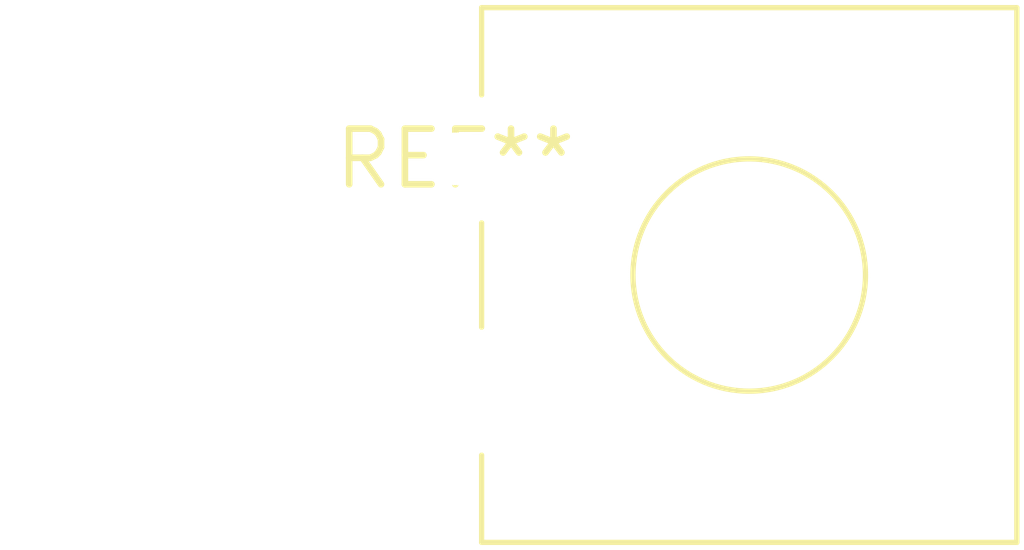
<source format=kicad_pcb>
(kicad_pcb (version 20240108) (generator pcbnew)
  (layers (0 "F.Cu" signal) (31 "B.Cu" signal) (34 "B.Paste" user) (35 "F.Paste" user) (36 "B.SilkS" user "B.Silkscreen") (37 "F.SilkS" user "F.Silkscreen") (38 "B.Mask" user) (39 "F.Mask" user) (44 "Edge.Cuts" user))
  (net 0 "")
  (footprint "SW_CW_GPTS203211B" (layer "F.Cu") (at 0 0)
    (property "Reference" "REF**")
    (property "Value" "SW_CW_GPTS203211B")
    (fp_line (start 0.6 -3.45) (end 12.8 -3.45) (layer "F.SilkS") (stroke (width 0.12)))
    (fp_line (start 0.6 -1.46) (end 0.6 -3.45) (layer "F.SilkS") (stroke (width 0.12)))
    (fp_line (start 0.6 1.46) (end 0.6 3.84) (layer "F.SilkS") (stroke (width 0.12)))
    (fp_line (start 0.6 8.75) (end 0.6 6.76) (layer "F.SilkS") (stroke (width 0.12)))
    (fp_line (start 12.8 -3.45) (end 12.8 8.75) (layer "F.SilkS") (stroke (width 0.12)))
    (fp_line (start 12.8 8.75) (end 0.6 8.75) (layer "F.SilkS") (stroke (width 0.12)))
    (fp_circle (center 6.7 2.65) (end 9.35 2.65) (layer "F.SilkS") (stroke (width 0.12)) (fill none))
    (pad "1" thru_hole circle (at 0 0) (size 2.4 2.4) (drill 1.2) (layers *.Cu *.Mask) (remove_unused_layers))
    (pad "2" thru_hole circle (at 0 5.3) (size 2.4 2.4) (drill 1.2) (layers *.Cu *.Mask) (remove_unused_layers))
  )
)
</source>
